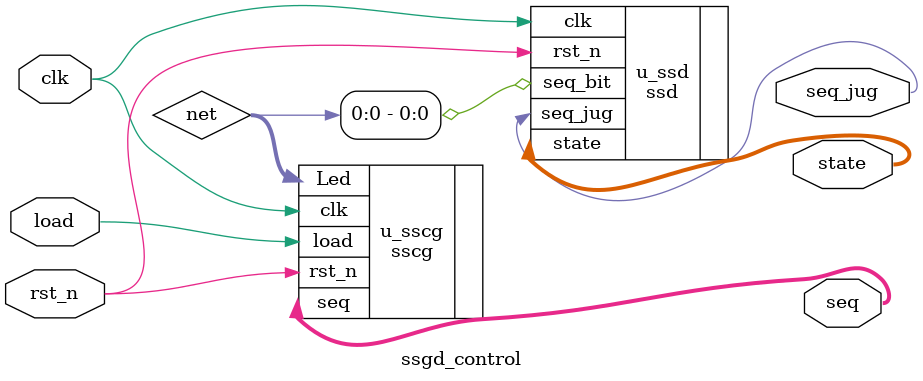
<source format=v>

module ssgd_control(
	input 				clk,		// clock, default is 50MHz	
	input 				rst_n,		// reset signal
	input 				load,		// load signal
	
	output 				seq_jug,	// Determine whether the signal(5'b10110) is detected,
									// 1 => Determine whether a signal is detected,
									// 0 => nothing.
	output wire [15:0] 	seq,		// the sequence signal generation(16'b0000_1101_1001_0101)
	output wire [2:0] 	state		// state of FSM(finite state machine)
	);
	
	// wire
	wire [4:0] net;		// connecting seq[4:0] to led,
						// and output the last bit seq[0] to detector.

	// generating sequence signal
	sscg u_sscg(
		.clk   ( clk   ),
		.rst_n ( rst_n ),
		.load  ( load  ),
		.seq   ( seq   ),
		.Led   ( net   )
	);

	// detecting sequence signal and output the state
	ssd u_ssd(
		.clk     ( clk     ),
		.rst_n   ( rst_n   ),
		.seq_bit ( net[0]  ),
		.seq_jug ( seq_jug ),
		.state   ( state   )
	);

endmodule
</source>
